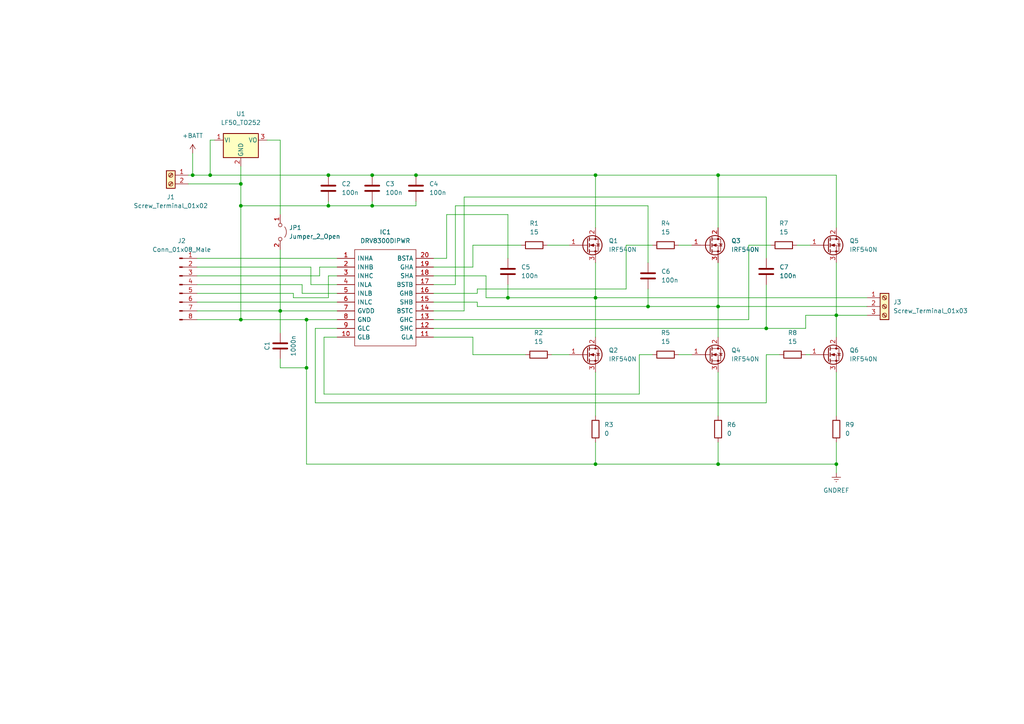
<source format=kicad_sch>
(kicad_sch (version 20211123) (generator eeschema)
  (paper "A4")
  (lib_symbols
    (symbol "Connector:Conn_01x08_Male" (pin_names (offset 1.016) hide)
      (property "Reference" "J" (at 0 10.16 0))
      (property "Value" "Conn_01x08_Male" (at 0 -12.7 0))
      (symbol "Conn_01x08_Male_1_1"
        (polyline (pts (xy 1.27 -10.16) (xy 0.8636 -10.16)) (stroke (width 0.1524)))
        (polyline (pts (xy 1.27 -7.62) (xy 0.8636 -7.62)) (stroke (width 0.1524)))
        (polyline (pts (xy 1.27 -5.08) (xy 0.8636 -5.08)) (stroke (width 0.1524)))
        (polyline (pts (xy 1.27 -2.54) (xy 0.8636 -2.54)) (stroke (width 0.1524)))
        (polyline (pts (xy 1.27 0) (xy 0.8636 0)) (stroke (width 0.1524)))
        (polyline (pts (xy 1.27 2.54) (xy 0.8636 2.54)) (stroke (width 0.1524)))
        (polyline (pts (xy 1.27 5.08) (xy 0.8636 5.08)) (stroke (width 0.1524)))
        (polyline (pts (xy 1.27 7.62) (xy 0.8636 7.62)) (stroke (width 0.1524)))
        (rectangle (start 0.8636 -10.033) (end 0 -10.287) (stroke (width 0.1524)) (fill (type outline)))
        (rectangle (start 0.8636 -7.493) (end 0 -7.747) (stroke (width 0.1524)) (fill (type outline)))
        (rectangle (start 0.8636 -4.953) (end 0 -5.207) (stroke (width 0.1524)) (fill (type outline)))
        (rectangle (start 0.8636 -2.413) (end 0 -2.667) (stroke (width 0.1524)) (fill (type outline)))
        (rectangle (start 0.8636 0.127) (end 0 -0.127) (stroke (width 0.1524)) (fill (type outline)))
        (rectangle (start 0.8636 2.667) (end 0 2.413) (stroke (width 0.1524)) (fill (type outline)))
        (rectangle (start 0.8636 5.207) (end 0 4.953) (stroke (width 0.1524)) (fill (type outline)))
        (rectangle (start 0.8636 7.747) (end 0 7.493) (stroke (width 0.1524)) (fill (type outline)))
        (pin passive line (at 5.08 7.62 180) (length 3.81) (name "Pin_1") (number "1"))
        (pin passive line (at 5.08 5.08 180) (length 3.81) (name "Pin_2") (number "2"))
        (pin passive line (at 5.08 2.54 180) (length 3.81) (name "Pin_3") (number "3"))
        (pin passive line (at 5.08 0 180) (length 3.81) (name "Pin_4") (number "4"))
        (pin passive line (at 5.08 -2.54 180) (length 3.81) (name "Pin_5") (number "5"))
        (pin passive line (at 5.08 -5.08 180) (length 3.81) (name "Pin_6") (number "6"))
        (pin passive line (at 5.08 -7.62 180) (length 3.81) (name "Pin_7") (number "7"))
        (pin passive line (at 5.08 -10.16 180) (length 3.81) (name "Pin_8") (number "8"))
      )
    )
    (symbol "Connector:Screw_Terminal_01x02" (pin_names (offset 1.016) hide)
      (property "Reference" "J1" (at 0 -6.35 0))
      (property "Value" "Screw_Terminal_01x02" (at 0 -8.89 0))
      (symbol "Screw_Terminal_01x02_1_1"
        (rectangle (start -1.27 1.27) (end 1.27 -3.81) (stroke (width 0.254)) (fill (type background)))
        (circle (center 0 -2.54) (radius 0.635) (stroke (width 0.1524)))
        (polyline (pts (xy -0.5334 -2.2098) (xy 0.3302 -3.048)) (stroke (width 0.1524)))
        (polyline (pts (xy -0.5334 0.3302) (xy 0.3302 -0.508)) (stroke (width 0.1524)))
        (polyline (pts (xy -0.3556 -2.032) (xy 0.508 -2.8702)) (stroke (width 0.1524)))
        (polyline (pts (xy -0.3556 0.508) (xy 0.508 -0.3302)) (stroke (width 0.1524)))
        (circle (center 0 0) (radius 0.635) (stroke (width 0.1524)))
        (pin power_out line (at -5.08 0 0) (length 3.81) (name "Pin_1") (number "1"))
        (pin power_out line (at -5.08 -2.54 0) (length 3.81) (name "Pin_2") (number "2"))
      )
    )
    (symbol "Connector:Screw_Terminal_01x03" (pin_names (offset 1.016) hide)
      (property "Reference" "J" (at 0 5.08 0))
      (property "Value" "Screw_Terminal_01x03" (at 0 -5.08 0))
      (symbol "Screw_Terminal_01x03_1_1"
        (rectangle (start -1.27 3.81) (end 1.27 -3.81) (stroke (width 0.254)) (fill (type background)))
        (circle (center 0 -2.54) (radius 0.635) (stroke (width 0.1524)))
        (polyline (pts (xy -0.5334 -2.2098) (xy 0.3302 -3.048)) (stroke (width 0.1524)))
        (polyline (pts (xy -0.5334 0.3302) (xy 0.3302 -0.508)) (stroke (width 0.1524)))
        (polyline (pts (xy -0.5334 2.8702) (xy 0.3302 2.032)) (stroke (width 0.1524)))
        (polyline (pts (xy -0.3556 -2.032) (xy 0.508 -2.8702)) (stroke (width 0.1524)))
        (polyline (pts (xy -0.3556 0.508) (xy 0.508 -0.3302)) (stroke (width 0.1524)))
        (polyline (pts (xy -0.3556 3.048) (xy 0.508 2.2098)) (stroke (width 0.1524)))
        (circle (center 0 0) (radius 0.635) (stroke (width 0.1524)))
        (circle (center 0 2.54) (radius 0.635) (stroke (width 0.1524)))
        (pin passive line (at -5.08 2.54 0) (length 3.81) (name "Pin_1") (number "1"))
        (pin passive line (at -5.08 0 0) (length 3.81) (name "Pin_2") (number "2"))
        (pin passive line (at -5.08 -2.54 0) (length 3.81) (name "Pin_3") (number "3"))
      )
    )
    (symbol "Device:C" (pin_numbers hide) (pin_names (offset 0.254))
      (property "Reference" "C" (at 0.635 2.54 0))
      (property "Value" "C" (at 0.635 -2.54 0))
      (symbol "C_0_1"
        (polyline (pts (xy -2.032 -0.762) (xy 2.032 -0.762)) (stroke (width 0.508)))
        (polyline (pts (xy -2.032 0.762) (xy 2.032 0.762)) (stroke (width 0.508)))
      )
      (symbol "C_1_1"
        (pin passive line (at 0 3.81 270) (length 2.794) (name "~") (number "1"))
        (pin passive line (at 0 -3.81 90) (length 2.794) (name "~") (number "2"))
      )
    )
    (symbol "Device:R" (pin_numbers hide) (pin_names (offset 0))
      (property "Reference" "R" (at 2.032 0 90))
      (property "Value" "R" (at 0 0 90))
      (symbol "R_0_1"
        (rectangle (start -1.016 -2.54) (end 1.016 2.54) (stroke (width 0.254)))
      )
      (symbol "R_1_1"
        (pin passive line (at 0 3.81 270) (length 1.27) (name "~") (number "1"))
        (pin passive line (at 0 -3.81 90) (length 1.27) (name "~") (number "2"))
      )
    )
    (symbol "Jumper:Jumper_2_Open" (pin_names (offset 0) hide)
      (property "Reference" "JP" (at 0 2.794 0))
      (property "Value" "Jumper_2_Open" (at 0 -2.286 0))
      (symbol "Jumper_2_Open_0_0"
        (circle (center -2.032 0) (radius 0.508))
        (circle (center 2.032 0) (radius 0.508))
      )
      (symbol "Jumper_2_Open_0_1"
        (arc (start 1.524 1.27) (mid 0 1.778) (end -1.524 1.27))
      )
      (symbol "Jumper_2_Open_1_1"
        (pin passive line (at -5.08 0 0) (length 2.54) (name "A") (number "1"))
        (pin passive line (at 5.08 0 180) (length 2.54) (name "B") (number "2"))
      )
    )
    (symbol "Regulator_Linear:LF50_TO252" (pin_names (offset 0.254))
      (property "Reference" "U" (at -3.81 3.175 0))
      (property "Value" "LF50_TO252" (at 0 3.175 0))
      (symbol "LF50_TO252_0_1"
        (rectangle (start -5.08 1.905) (end 5.08 -5.08) (stroke (width 0.254)) (fill (type background)))
      )
      (symbol "LF50_TO252_1_1"
        (pin power_in line (at -7.62 0 0) (length 2.54) (name "VI") (number "1"))
        (pin power_in line (at 0 -7.62 90) (length 2.54) (name "GND") (number "2"))
        (pin power_out line (at 7.62 0 180) (length 2.54) (name "VO") (number "3"))
      )
    )
    (symbol "SamacSys_Parts:DRV8300DIPWR" (pin_names (offset 0.762))
      (property "Reference" "IC" (at 24.13 7.62 0))
      (property "Value" "DRV8300DIPWR" (at 24.13 5.08 0))
      (symbol "DRV8300DIPWR_0_0"
        (pin passive line (at 0 0 0) (length 5.08) (name "INHA") (number "1"))
        (pin passive line (at 0 -22.86 0) (length 5.08) (name "GLB") (number "10"))
        (pin passive line (at 27.94 -22.86 180) (length 5.08) (name "GLA") (number "11"))
        (pin passive line (at 27.94 -20.32 180) (length 5.08) (name "SHC") (number "12"))
        (pin passive line (at 27.94 -17.78 180) (length 5.08) (name "GHC") (number "13"))
        (pin passive line (at 27.94 -15.24 180) (length 5.08) (name "BSTC") (number "14"))
        (pin passive line (at 27.94 -12.7 180) (length 5.08) (name "SHB") (number "15"))
        (pin passive line (at 27.94 -10.16 180) (length 5.08) (name "GHB") (number "16"))
        (pin passive line (at 27.94 -7.62 180) (length 5.08) (name "BSTB") (number "17"))
        (pin passive line (at 27.94 -5.08 180) (length 5.08) (name "SHA") (number "18"))
        (pin passive line (at 27.94 -2.54 180) (length 5.08) (name "GHA") (number "19"))
        (pin passive line (at 0 -2.54 0) (length 5.08) (name "INHB") (number "2"))
        (pin passive line (at 27.94 0 180) (length 5.08) (name "BSTA") (number "20"))
        (pin passive line (at 0 -5.08 0) (length 5.08) (name "INHC") (number "3"))
        (pin passive line (at 0 -7.62 0) (length 5.08) (name "INLA") (number "4"))
        (pin passive line (at 0 -10.16 0) (length 5.08) (name "INLB") (number "5"))
        (pin passive line (at 0 -12.7 0) (length 5.08) (name "INLC") (number "6"))
        (pin passive line (at 0 -15.24 0) (length 5.08) (name "GVDD") (number "7"))
        (pin passive line (at 0 -17.78 0) (length 5.08) (name "GND") (number "8"))
        (pin passive line (at 0 -20.32 0) (length 5.08) (name "GLC") (number "9"))
      )
      (symbol "DRV8300DIPWR_0_1"
        (polyline (pts (xy 5.08 2.54) (xy 22.86 2.54) (xy 22.86 -25.4) (xy 5.08 -25.4) (xy 5.08 2.54)) (stroke (width 0.1524)))
      )
    )
    (symbol "Transistor_FET:IRF540N" (pin_names hide)
      (property "Reference" "Q" (at 6.35 1.905 0))
      (property "Value" "IRF540N" (at 6.35 0 0))
      (symbol "IRF540N_0_1"
        (polyline (pts (xy 0.254 0) (xy -2.54 0)))
        (polyline (pts (xy 0.254 1.905) (xy 0.254 -1.905)) (stroke (width 0.254)))
        (polyline (pts (xy 0.762 -1.27) (xy 0.762 -2.286)) (stroke (width 0.254)))
        (polyline (pts (xy 0.762 0.508) (xy 0.762 -0.508)) (stroke (width 0.254)))
        (polyline (pts (xy 0.762 2.286) (xy 0.762 1.27)) (stroke (width 0.254)))
        (polyline (pts (xy 2.54 2.54) (xy 2.54 1.778)))
        (polyline (pts (xy 2.54 -2.54) (xy 2.54 0) (xy 0.762 0)))
        (polyline (pts (xy 0.762 -1.778) (xy 3.302 -1.778) (xy 3.302 1.778) (xy 0.762 1.778)))
        (polyline (pts (xy 1.016 0) (xy 2.032 0.381) (xy 2.032 -0.381) (xy 1.016 0)) (fill (type outline)))
        (polyline (pts (xy 2.794 0.508) (xy 2.921 0.381) (xy 3.683 0.381) (xy 3.81 0.254)))
        (polyline (pts (xy 3.302 0.381) (xy 2.921 -0.254) (xy 3.683 -0.254) (xy 3.302 0.381)))
        (circle (center 1.651 0) (radius 2.794) (stroke (width 0.254)))
        (circle (center 2.54 -1.778) (radius 0.254) (fill (type outline)))
        (circle (center 2.54 1.778) (radius 0.254) (fill (type outline)))
      )
      (symbol "IRF540N_1_1"
        (pin input line (at -5.08 0 0) (length 2.54) (name "G") (number "1"))
        (pin passive line (at 2.54 5.08 270) (length 2.54) (name "D") (number "2"))
        (pin passive line (at 2.54 -5.08 90) (length 2.54) (name "S") (number "3"))
      )
    )
    (symbol "power:+BATT" (power) (pin_names (offset 0))
      (property "Value" "+BATT" (at 0 3.556 0))
      (symbol "+BATT_0_1"
        (polyline (pts (xy -0.762 1.27) (xy 0 2.54)))
        (polyline (pts (xy 0 0) (xy 0 2.54)))
        (polyline (pts (xy 0 2.54) (xy 0.762 1.27)))
      )
      (symbol "+BATT_1_1"
        (pin power_in line (at 0 0 90) (length 0) hide (name "+BATT") (number "1"))
      )
    )
    (symbol "power:GNDREF" (power) (pin_names (offset 0))
      (property "Value" "GNDREF" (at 0 -3.81 0))
      (symbol "GNDREF_0_1"
        (polyline (pts (xy -0.635 -1.905) (xy 0.635 -1.905)))
        (polyline (pts (xy -0.127 -2.54) (xy 0.127 -2.54)))
        (polyline (pts (xy 0 -1.27) (xy 0 0)))
        (polyline (pts (xy 1.27 -1.27) (xy -1.27 -1.27)))
      )
      (symbol "GNDREF_1_1"
        (pin power_in line (at 0 0 270) (length 0) hide (name "GNDREF") (number "1"))
      )
    )
  )
  (junction (at 60.96 50.8))
  (junction (at 69.85 53.34))
  (junction (at 69.85 59.69))
  (junction (at 147.32 86.36))
  (junction (at 88.9 106.68))
  (junction (at 55.88 50.8))
  (junction (at 222.25 95.25))
  (junction (at 187.96 88.9))
  (junction (at 120.65 50.8))
  (junction (at 172.72 86.36))
  (junction (at 69.85 92.71))
  (junction (at 172.72 50.8))
  (junction (at 242.57 134.62))
  (junction (at 81.28 90.17))
  (junction (at 242.57 91.44))
  (junction (at 208.28 88.9))
  (junction (at 107.95 59.69))
  (junction (at 95.25 50.8))
  (junction (at 208.28 50.8))
  (junction (at 107.95 50.8))
  (junction (at 172.72 134.62))
  (junction (at 208.28 134.62))
  (junction (at 88.9 92.71))
  (junction (at 95.25 59.69))
  (wire (pts (xy 125.73 74.93) (xy 129.54 74.93)))
  (wire (pts (xy 222.25 57.15) (xy 222.25 74.93)))
  (wire (pts (xy 60.96 40.64) (xy 60.96 50.8)))
  (wire (pts (xy 92.71 80.01) (xy 92.71 77.47)))
  (wire (pts (xy 57.15 85.09) (xy 85.09 85.09)))
  (wire (pts (xy 181.61 83.82) (xy 181.61 71.12)))
  (wire (pts (xy 95.25 50.8) (xy 107.95 50.8)))
  (wire (pts (xy 233.68 102.87) (xy 234.95 102.87)))
  (wire (pts (xy 69.85 48.26) (xy 69.85 53.34)))
  (wire (pts (xy 147.32 62.23) (xy 147.32 74.93)))
  (wire (pts (xy 125.73 92.71) (xy 217.17 92.71)))
  (wire (pts (xy 87.63 85.09) (xy 97.79 85.09)))
  (wire (pts (xy 187.96 59.69) (xy 132.08 59.69)))
  (wire (pts (xy 120.65 58.42) (xy 120.65 59.69)))
  (wire (pts (xy 125.73 95.25) (xy 222.25 95.25)))
  (wire (pts (xy 107.95 50.8) (xy 120.65 50.8)))
  (wire (pts (xy 208.28 88.9) (xy 208.28 97.79)))
  (wire (pts (xy 57.15 90.17) (xy 81.28 90.17)))
  (wire (pts (xy 93.98 114.3) (xy 185.42 114.3)))
  (wire (pts (xy 196.85 71.12) (xy 200.66 71.12)))
  (wire (pts (xy 222.25 102.87) (xy 226.06 102.87)))
  (wire (pts (xy 85.09 85.09) (xy 85.09 86.36)))
  (wire (pts (xy 137.16 77.47) (xy 137.16 71.12)))
  (wire (pts (xy 137.16 97.79) (xy 137.16 102.87)))
  (wire (pts (xy 88.9 92.71) (xy 97.79 92.71)))
  (wire (pts (xy 57.15 80.01) (xy 92.71 80.01)))
  (wire (pts (xy 129.54 62.23) (xy 129.54 74.93)))
  (wire (pts (xy 57.15 74.93) (xy 97.79 74.93)))
  (wire (pts (xy 81.28 106.68) (xy 88.9 106.68)))
  (wire (pts (xy 233.68 95.25) (xy 233.68 91.44)))
  (wire (pts (xy 138.43 85.09) (xy 125.73 85.09)))
  (wire (pts (xy 95.25 58.42) (xy 95.25 59.69)))
  (wire (pts (xy 217.17 71.12) (xy 223.52 71.12)))
  (wire (pts (xy 60.96 50.8) (xy 95.25 50.8)))
  (wire (pts (xy 208.28 128.27) (xy 208.28 134.62)))
  (wire (pts (xy 140.97 80.01) (xy 140.97 86.36)))
  (wire (pts (xy 62.23 40.64) (xy 60.96 40.64)))
  (wire (pts (xy 125.73 97.79) (xy 137.16 97.79)))
  (wire (pts (xy 107.95 58.42) (xy 107.95 59.69)))
  (wire (pts (xy 187.96 83.82) (xy 187.96 88.9)))
  (wire (pts (xy 54.61 50.8) (xy 55.88 50.8)))
  (wire (pts (xy 242.57 134.62) (xy 208.28 134.62)))
  (wire (pts (xy 125.73 77.47) (xy 137.16 77.47)))
  (wire (pts (xy 181.61 71.12) (xy 189.23 71.12)))
  (wire (pts (xy 88.9 134.62) (xy 172.72 134.62)))
  (wire (pts (xy 90.17 77.47) (xy 90.17 82.55)))
  (wire (pts (xy 138.43 83.82) (xy 181.61 83.82)))
  (wire (pts (xy 208.28 107.95) (xy 208.28 120.65)))
  (wire (pts (xy 242.57 66.04) (xy 242.57 50.8)))
  (wire (pts (xy 120.65 50.8) (xy 172.72 50.8)))
  (wire (pts (xy 132.08 82.55) (xy 125.73 82.55)))
  (wire (pts (xy 138.43 83.82) (xy 138.43 85.09)))
  (wire (pts (xy 242.57 91.44) (xy 251.46 91.44)))
  (wire (pts (xy 81.28 90.17) (xy 81.28 96.52)))
  (wire (pts (xy 138.43 87.63) (xy 138.43 88.9)))
  (wire (pts (xy 172.72 76.2) (xy 172.72 86.36)))
  (wire (pts (xy 187.96 88.9) (xy 208.28 88.9)))
  (wire (pts (xy 172.72 86.36) (xy 251.46 86.36)))
  (wire (pts (xy 54.61 53.34) (xy 69.85 53.34)))
  (wire (pts (xy 172.72 107.95) (xy 172.72 120.65)))
  (wire (pts (xy 242.57 134.62) (xy 242.57 137.16)))
  (wire (pts (xy 91.44 95.25) (xy 91.44 116.84)))
  (wire (pts (xy 208.28 66.04) (xy 208.28 50.8)))
  (wire (pts (xy 187.96 59.69) (xy 187.96 76.2)))
  (wire (pts (xy 147.32 82.55) (xy 147.32 86.36)))
  (wire (pts (xy 88.9 106.68) (xy 88.9 134.62)))
  (wire (pts (xy 137.16 71.12) (xy 151.13 71.12)))
  (wire (pts (xy 185.42 114.3) (xy 185.42 102.87)))
  (wire (pts (xy 172.72 50.8) (xy 208.28 50.8)))
  (wire (pts (xy 93.98 97.79) (xy 93.98 114.3)))
  (wire (pts (xy 158.75 71.12) (xy 165.1 71.12)))
  (wire (pts (xy 222.25 57.15) (xy 134.62 57.15)))
  (wire (pts (xy 222.25 116.84) (xy 222.25 102.87)))
  (wire (pts (xy 147.32 62.23) (xy 129.54 62.23)))
  (wire (pts (xy 91.44 116.84) (xy 222.25 116.84)))
  (wire (pts (xy 208.28 76.2) (xy 208.28 88.9)))
  (wire (pts (xy 222.25 82.55) (xy 222.25 95.25)))
  (wire (pts (xy 160.02 102.87) (xy 165.1 102.87)))
  (wire (pts (xy 107.95 59.69) (xy 95.25 59.69)))
  (wire (pts (xy 132.08 59.69) (xy 132.08 82.55)))
  (wire (pts (xy 242.57 91.44) (xy 242.57 97.79)))
  (wire (pts (xy 242.57 107.95) (xy 242.57 120.65)))
  (wire (pts (xy 57.15 77.47) (xy 90.17 77.47)))
  (wire (pts (xy 140.97 86.36) (xy 147.32 86.36)))
  (wire (pts (xy 81.28 40.64) (xy 81.28 62.23)))
  (wire (pts (xy 172.72 128.27) (xy 172.72 134.62)))
  (wire (pts (xy 69.85 92.71) (xy 88.9 92.71)))
  (wire (pts (xy 69.85 53.34) (xy 69.85 59.69)))
  (wire (pts (xy 120.65 59.69) (xy 107.95 59.69)))
  (wire (pts (xy 77.47 40.64) (xy 81.28 40.64)))
  (wire (pts (xy 185.42 102.87) (xy 189.23 102.87)))
  (wire (pts (xy 137.16 102.87) (xy 152.4 102.87)))
  (wire (pts (xy 172.72 86.36) (xy 172.72 97.79)))
  (wire (pts (xy 172.72 50.8) (xy 172.72 66.04)))
  (wire (pts (xy 69.85 59.69) (xy 95.25 59.69)))
  (wire (pts (xy 95.25 86.36) (xy 95.25 80.01)))
  (wire (pts (xy 233.68 91.44) (xy 242.57 91.44)))
  (wire (pts (xy 217.17 92.71) (xy 217.17 71.12)))
  (wire (pts (xy 208.28 88.9) (xy 251.46 88.9)))
  (wire (pts (xy 57.15 87.63) (xy 97.79 87.63)))
  (wire (pts (xy 57.15 82.55) (xy 87.63 82.55)))
  (wire (pts (xy 55.88 44.45) (xy 55.88 50.8)))
  (wire (pts (xy 222.25 95.25) (xy 233.68 95.25)))
  (wire (pts (xy 85.09 86.36) (xy 95.25 86.36)))
  (wire (pts (xy 69.85 59.69) (xy 69.85 92.71)))
  (wire (pts (xy 242.57 76.2) (xy 242.57 91.44)))
  (wire (pts (xy 81.28 104.14) (xy 81.28 106.68)))
  (wire (pts (xy 208.28 50.8) (xy 242.57 50.8)))
  (wire (pts (xy 55.88 50.8) (xy 60.96 50.8)))
  (wire (pts (xy 95.25 80.01) (xy 97.79 80.01)))
  (wire (pts (xy 81.28 90.17) (xy 97.79 90.17)))
  (wire (pts (xy 97.79 95.25) (xy 91.44 95.25)))
  (wire (pts (xy 81.28 72.39) (xy 81.28 90.17)))
  (wire (pts (xy 57.15 92.71) (xy 69.85 92.71)))
  (wire (pts (xy 138.43 88.9) (xy 187.96 88.9)))
  (wire (pts (xy 134.62 90.17) (xy 125.73 90.17)))
  (wire (pts (xy 231.14 71.12) (xy 234.95 71.12)))
  (wire (pts (xy 242.57 128.27) (xy 242.57 134.62)))
  (wire (pts (xy 147.32 86.36) (xy 172.72 86.36)))
  (wire (pts (xy 125.73 80.01) (xy 140.97 80.01)))
  (wire (pts (xy 208.28 134.62) (xy 172.72 134.62)))
  (wire (pts (xy 134.62 57.15) (xy 134.62 90.17)))
  (wire (pts (xy 88.9 92.71) (xy 88.9 106.68)))
  (wire (pts (xy 97.79 97.79) (xy 93.98 97.79)))
  (wire (pts (xy 90.17 82.55) (xy 97.79 82.55)))
  (wire (pts (xy 87.63 82.55) (xy 87.63 85.09)))
  (wire (pts (xy 196.85 102.87) (xy 200.66 102.87)))
  (wire (pts (xy 92.71 77.47) (xy 97.79 77.47)))
  (wire (pts (xy 125.73 87.63) (xy 138.43 87.63)))
  (symbol (lib_id "Transistor_FET:IRF540N") (at 240.03 71.12 0) (unit 1)
    (property "Reference" "Q5" (at 246.38 69.8499 0) (effects (justify left)))
    (property "Value" "IRF540N" (at 246.38 72.3899 0) (effects (justify left)))
    (property "Footprint" "Package_TO_SOT_THT:TO-220-3_Vertical" (effects hide))
    (property "Datasheet" "http://www.irf.com/product-info/datasheets/data/irf540n.pdf" (effects hide))
  )
  (symbol (lib_id "Device:C") (at 95.25 54.61 0) (unit 1)
    (property "Reference" "C2" (at 99.06 53.3399 0) (effects (justify left)))
    (property "Value" "100n" (at 99.06 55.8799 0) (effects (justify left)))
    (property "Footprint" "Capacitor_THT:C_Axial_L3.8mm_D2.6mm_P7.50mm_Horizontal" (effects hide))
  )
  (symbol (lib_id "Device:R") (at 172.72 124.46 0) (unit 1)
    (property "Reference" "R3" (at 175.26 123.1899 0) (effects (justify left)))
    (property "Value" "0" (at 175.26 125.7299 0) (effects (justify left)))
    (property "Footprint" "Resistor_THT:R_Axial_DIN0207_L6.3mm_D2.5mm_P10.16mm_Horizontal" (effects hide))
  )
  (symbol (lib_id "Transistor_FET:IRF540N") (at 240.03 102.87 0) (unit 1)
    (property "Reference" "Q6" (at 246.38 101.5999 0) (effects (justify left)))
    (property "Value" "IRF540N" (at 246.38 104.1399 0) (effects (justify left)))
    (property "Footprint" "Package_TO_SOT_THT:TO-220-3_Vertical" (effects hide))
    (property "Datasheet" "http://www.irf.com/product-info/datasheets/data/irf540n.pdf" (effects hide))
  )
  (symbol (lib_id "Transistor_FET:IRF540N") (at 170.18 102.87 0) (unit 1)
    (property "Reference" "Q2" (at 176.53 101.5999 0) (effects (justify left)))
    (property "Value" "IRF540N" (at 176.53 104.1399 0) (effects (justify left)))
    (property "Footprint" "Package_TO_SOT_THT:TO-220-3_Vertical" (effects hide))
    (property "Datasheet" "http://www.irf.com/product-info/datasheets/data/irf540n.pdf" (effects hide))
  )
  (symbol (lib_id "Transistor_FET:IRF540N") (at 170.18 71.12 0) (unit 1)
    (property "Reference" "Q1" (at 176.53 69.8499 0) (effects (justify left)))
    (property "Value" "IRF540N" (at 176.53 72.3899 0) (effects (justify left)))
    (property "Footprint" "Package_TO_SOT_THT:TO-220-3_Vertical" (effects hide))
    (property "Datasheet" "http://www.irf.com/product-info/datasheets/data/irf540n.pdf" (effects hide))
  )
  (symbol (lib_id "Device:C") (at 222.25 78.74 0) (unit 1)
    (property "Reference" "C7" (at 226.06 77.4699 0) (effects (justify left)))
    (property "Value" "100n" (at 226.06 80.0099 0) (effects (justify left)))
    (property "Footprint" "Capacitor_THT:C_Axial_L3.8mm_D2.6mm_P7.50mm_Horizontal" (effects hide))
  )
  (symbol (lib_id "Device:C") (at 187.96 80.01 0) (unit 1)
    (property "Reference" "C6" (at 191.77 78.7399 0) (effects (justify left)))
    (property "Value" "100n" (at 191.77 81.2799 0) (effects (justify left)))
    (property "Footprint" "Capacitor_THT:C_Axial_L3.8mm_D2.6mm_P7.50mm_Horizontal" (effects hide))
  )
  (symbol (lib_id "Connector:Screw_Terminal_01x02") (at 49.53 50.8 0) (mirror y) (unit 1)
    (property "Reference" "J1" (at 49.53 57.15 0))
    (property "Value" "Screw_Terminal_01x02" (at 49.53 59.69 0))
    (property "Footprint" "TerminalBlock:TerminalBlock_bornier-2_P5.08mm" (effects hide))
  )
  (symbol (lib_id "Device:R") (at 229.87 102.87 270) (unit 1)
    (property "Reference" "R8" (at 229.87 96.52 90))
    (property "Value" "15" (at 229.87 99.06 90))
    (property "Footprint" "Resistor_THT:R_Axial_DIN0207_L6.3mm_D2.5mm_P10.16mm_Horizontal" (effects hide))
  )
  (symbol (lib_id "Device:R") (at 193.04 102.87 270) (unit 1)
    (property "Reference" "R5" (at 193.04 96.52 90))
    (property "Value" "15" (at 193.04 99.06 90))
    (property "Footprint" "Resistor_THT:R_Axial_DIN0207_L6.3mm_D2.5mm_P10.16mm_Horizontal" (effects hide))
  )
  (symbol (lib_id "Regulator_Linear:LF50_TO252") (at 69.85 40.64 0) (unit 1)
    (property "Reference" "U1" (at 69.85 33.02 0))
    (property "Value" "LF50_TO252" (at 69.85 35.56 0))
    (property "Footprint" "Package_TO_SOT_SMD:TO-252-2" (effects hide))
    (property "Datasheet" "http://www.st.com/content/ccc/resource/technical/document/datasheet/c4/0e/7e/2a/be/bc/4c/bd/CD00000546.pdf/files/CD00000546.pdf/jcr:content/translations/en.CD00000546.pdf" (effects hide))
  )
  (symbol (lib_id "Device:R") (at 227.33 71.12 270) (unit 1)
    (property "Reference" "R7" (at 227.33 64.77 90))
    (property "Value" "15" (at 227.33 67.31 90))
    (property "Footprint" "Resistor_THT:R_Axial_DIN0207_L6.3mm_D2.5mm_P10.16mm_Horizontal" (effects hide))
  )
  (symbol (lib_id "Jumper:Jumper_2_Open") (at 81.28 67.31 270) (unit 1)
    (property "Reference" "JP1" (at 83.82 66.0399 90) (effects (justify left)))
    (property "Value" "Jumper_2_Open" (at 83.82 68.5799 90) (effects (justify left)))
    (property "Footprint" "Connector_PinHeader_2.54mm:PinHeader_1x02_P2.54mm_Vertical" (effects hide))
  )
  (symbol (lib_id "Device:R") (at 242.57 124.46 0) (unit 1)
    (property "Reference" "R9" (at 245.11 123.1899 0) (effects (justify left)))
    (property "Value" "0" (at 245.11 125.7299 0) (effects (justify left)))
    (property "Footprint" "Resistor_THT:R_Axial_DIN0207_L6.3mm_D2.5mm_P10.16mm_Horizontal" (effects hide))
  )
  (symbol (lib_id "Device:C") (at 81.28 100.33 0) (unit 1)
    (property "Reference" "C1" (at 77.47 100.33 90))
    (property "Value" "1000n" (at 85.09 100.33 90))
    (property "Footprint" "Capacitor_THT:C_Rect_L7.0mm_W3.5mm_P5.00mm" (effects hide))
  )
  (symbol (lib_id "Device:C") (at 120.65 54.61 0) (unit 1)
    (property "Reference" "C4" (at 124.46 53.3399 0) (effects (justify left)))
    (property "Value" "100n" (at 124.46 55.8799 0) (effects (justify left)))
    (property "Footprint" "Capacitor_THT:C_Axial_L3.8mm_D2.6mm_P7.50mm_Horizontal" (effects hide))
  )
  (symbol (lib_id "Transistor_FET:IRF540N") (at 205.74 102.87 0) (unit 1)
    (property "Reference" "Q4" (at 212.09 101.5999 0) (effects (justify left)))
    (property "Value" "IRF540N" (at 212.09 104.1399 0) (effects (justify left)))
    (property "Footprint" "Package_TO_SOT_THT:TO-220-3_Vertical" (effects hide))
    (property "Datasheet" "http://www.irf.com/product-info/datasheets/data/irf540n.pdf" (effects hide))
  )
  (symbol (lib_id "Connector:Screw_Terminal_01x03") (at 256.54 88.9 0) (unit 1)
    (property "Reference" "J3" (at 259.08 87.6299 0) (effects (justify left)))
    (property "Value" "Screw_Terminal_01x03" (at 259.08 90.1699 0) (effects (justify left)))
    (property "Footprint" "TerminalBlock:TerminalBlock_bornier-3_P5.08mm" (effects hide))
  )
  (symbol (lib_id "Device:C") (at 107.95 54.61 0) (unit 1)
    (property "Reference" "C3" (at 111.76 53.3399 0) (effects (justify left)))
    (property "Value" "100n" (at 111.76 55.8799 0) (effects (justify left)))
    (property "Footprint" "Capacitor_THT:C_Axial_L3.8mm_D2.6mm_P7.50mm_Horizontal" (effects hide))
  )
  (symbol (lib_id "power:GNDREF") (at 242.57 137.16 0) (unit 1)
    (property "Reference" "#PWR03" (effects hide))
    (property "Value" "GNDREF" (at 242.57 142.24 0))
  )
  (symbol (lib_id "Connector:Conn_01x08_Male") (at 52.07 82.55 0) (unit 1)
    (property "Reference" "J2" (at 52.705 69.85 0))
    (property "Value" "Conn_01x08_Male" (at 52.705 72.39 0))
    (property "Footprint" "Connector_PinSocket_2.54mm:PinSocket_1x08_P2.54mm_Vertical" (effects hide))
  )
  (symbol (lib_id "SamacSys_Parts:DRV8300DIPWR") (at 97.79 74.93 0) (unit 1)
    (property "Reference" "IC1" (at 111.76 67.31 0))
    (property "Value" "DRV8300DIPWR" (at 111.76 69.85 0))
    (property "Footprint" "SOP65P640X120-20N" (effects hide))
    (property "Datasheet" "https://www.ti.com/lit/gpn/drv8300?HQS=ti-null-null-sf-df-pf-sep-wwe&DCM=yes" (effects hide))
    (property "Description" "DRV8300DIPWR" (effects hide))
    (property "Height" "1.2" (effects hide))
    (property "Mouser Part Number" "595-DRV8300DIPWR" (effects hide))
    (property "Mouser Price/Stock" "https://www.mouser.co.uk/ProductDetail/Texas-Instruments/DRV8300DIPWR?qs=CiayqK2gdcI4er0Qz5HSWg%3D%3D" (effects hide))
    (property "Manufacturer_Name" "Texas Instruments" (effects hide))
    (property "Manufacturer_Part_Number" "DRV8300DIPWR" (effects hide))
  )
  (symbol (lib_id "Transistor_FET:IRF540N") (at 205.74 71.12 0) (unit 1)
    (property "Reference" "Q3" (at 212.09 69.8499 0) (effects (justify left)))
    (property "Value" "IRF540N" (at 212.09 72.3899 0) (effects (justify left)))
    (property "Footprint" "Package_TO_SOT_THT:TO-220-3_Vertical" (effects hide))
    (property "Datasheet" "http://www.irf.com/product-info/datasheets/data/irf540n.pdf" (effects hide))
  )
  (symbol (lib_id "Device:R") (at 154.94 71.12 270) (unit 1)
    (property "Reference" "R1" (at 154.94 64.77 90))
    (property "Value" "15" (at 154.94 67.31 90))
    (property "Footprint" "Resistor_THT:R_Axial_DIN0207_L6.3mm_D2.5mm_P10.16mm_Horizontal" (effects hide))
  )
  (symbol (lib_id "power:+BATT") (at 55.88 44.45 0) (unit 1)
    (property "Reference" "#PWR01" (effects hide))
    (property "Value" "+BATT" (at 55.88 39.37 0))
  )
  (symbol (lib_id "Device:R") (at 193.04 71.12 270) (unit 1)
    (property "Reference" "R4" (at 193.04 64.77 90))
    (property "Value" "15" (at 193.04 67.31 90))
    (property "Footprint" "Resistor_THT:R_Axial_DIN0207_L6.3mm_D2.5mm_P10.16mm_Horizontal" (effects hide))
  )
  (symbol (lib_id "Device:C") (at 147.32 78.74 0) (unit 1)
    (property "Reference" "C5" (at 151.13 77.4699 0) (effects (justify left)))
    (property "Value" "100n" (at 151.13 80.0099 0) (effects (justify left)))
    (property "Footprint" "Capacitor_THT:C_Axial_L3.8mm_D2.6mm_P7.50mm_Horizontal" (effects hide))
  )
  (symbol (lib_id "Device:R") (at 208.28 124.46 0) (unit 1)
    (property "Reference" "R6" (at 210.82 123.1899 0) (effects (justify left)))
    (property "Value" "0" (at 210.82 125.7299 0) (effects (justify left)))
    (property "Footprint" "Resistor_THT:R_Axial_DIN0207_L6.3mm_D2.5mm_P10.16mm_Horizontal" (effects hide))
  )
  (symbol (lib_id "Device:R") (at 156.21 102.87 270) (unit 1)
    (property "Reference" "R2" (at 156.21 96.52 90))
    (property "Value" "15" (at 156.21 99.06 90))
    (property "Footprint" "Resistor_THT:R_Axial_DIN0207_L6.3mm_D2.5mm_P10.16mm_Horizontal" (effects hide))
  )
)
</source>
